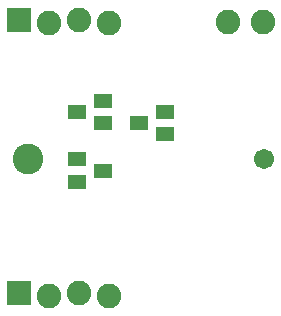
<source format=gts>
G75*
%MOIN*%
%OFA0B0*%
%FSLAX25Y25*%
%IPPOS*%
%LPD*%
%AMOC8*
5,1,8,0,0,1.08239X$1,22.5*
%
%ADD10C,0.06737*%
%ADD11C,0.10249*%
%ADD12R,0.06312X0.04737*%
%ADD13R,0.08200X0.08200*%
%ADD14C,0.08200*%
D10*
X0151446Y0107863D03*
D11*
X0072746Y0107863D03*
D12*
X0088965Y0107784D03*
X0088965Y0100304D03*
X0097627Y0104044D03*
X0097587Y0119753D03*
X0097587Y0127233D03*
X0088926Y0123493D03*
X0109635Y0119871D03*
X0118296Y0123611D03*
X0118296Y0116131D03*
D13*
X0069635Y0063166D03*
X0069635Y0154229D03*
D14*
X0079635Y0153229D03*
X0089635Y0154229D03*
X0099635Y0153229D03*
X0139407Y0153650D03*
X0150807Y0153650D03*
X0099635Y0062166D03*
X0089635Y0063166D03*
X0079635Y0062166D03*
M02*

</source>
